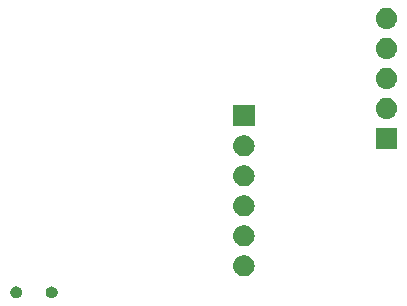
<source format=gbr>
G04 #@! TF.GenerationSoftware,KiCad,Pcbnew,(5.0.1-3-g963ef8bb5)*
G04 #@! TF.CreationDate,2019-02-10T00:29:52-05:00*
G04 #@! TF.ProjectId,glowtieProgrammer,676C6F7774696550726F6772616D6D65,rev?*
G04 #@! TF.SameCoordinates,Original*
G04 #@! TF.FileFunction,Soldermask,Bot*
G04 #@! TF.FilePolarity,Negative*
%FSLAX46Y46*%
G04 Gerber Fmt 4.6, Leading zero omitted, Abs format (unit mm)*
G04 Created by KiCad (PCBNEW (5.0.1-3-g963ef8bb5)) date Sunday, February 10, 2019 at 12:29:52 AM*
%MOMM*%
%LPD*%
G01*
G04 APERTURE LIST*
%ADD10C,0.100000*%
G04 APERTURE END LIST*
D10*
G36*
X146426136Y-63348253D02*
X146517312Y-63386019D01*
X146599372Y-63440850D01*
X146669150Y-63510628D01*
X146723981Y-63592688D01*
X146761747Y-63683864D01*
X146781000Y-63780656D01*
X146781000Y-63879344D01*
X146761747Y-63976136D01*
X146723981Y-64067312D01*
X146669150Y-64149372D01*
X146599372Y-64219150D01*
X146517312Y-64273981D01*
X146426136Y-64311747D01*
X146329344Y-64331000D01*
X146230656Y-64331000D01*
X146133864Y-64311747D01*
X146042688Y-64273981D01*
X145960628Y-64219150D01*
X145890850Y-64149372D01*
X145836019Y-64067312D01*
X145798253Y-63976136D01*
X145779000Y-63879344D01*
X145779000Y-63780656D01*
X145798253Y-63683864D01*
X145836019Y-63592688D01*
X145890850Y-63510628D01*
X145960628Y-63440850D01*
X146042688Y-63386019D01*
X146133864Y-63348253D01*
X146230656Y-63329000D01*
X146329344Y-63329000D01*
X146426136Y-63348253D01*
X146426136Y-63348253D01*
G37*
G36*
X143426136Y-63348253D02*
X143517312Y-63386019D01*
X143599372Y-63440850D01*
X143669150Y-63510628D01*
X143723981Y-63592688D01*
X143761747Y-63683864D01*
X143781000Y-63780656D01*
X143781000Y-63879344D01*
X143761747Y-63976136D01*
X143723981Y-64067312D01*
X143669150Y-64149372D01*
X143599372Y-64219150D01*
X143517312Y-64273981D01*
X143426136Y-64311747D01*
X143329344Y-64331000D01*
X143230656Y-64331000D01*
X143133864Y-64311747D01*
X143042688Y-64273981D01*
X142960628Y-64219150D01*
X142890850Y-64149372D01*
X142836019Y-64067312D01*
X142798253Y-63976136D01*
X142779000Y-63879344D01*
X142779000Y-63780656D01*
X142798253Y-63683864D01*
X142836019Y-63592688D01*
X142890850Y-63510628D01*
X142960628Y-63440850D01*
X143042688Y-63386019D01*
X143133864Y-63348253D01*
X143230656Y-63329000D01*
X143329344Y-63329000D01*
X143426136Y-63348253D01*
X143426136Y-63348253D01*
G37*
G36*
X162670443Y-60700519D02*
X162736627Y-60707037D01*
X162849853Y-60741384D01*
X162906467Y-60758557D01*
X163045087Y-60832652D01*
X163062991Y-60842222D01*
X163098729Y-60871552D01*
X163200186Y-60954814D01*
X163283448Y-61056271D01*
X163312778Y-61092009D01*
X163312779Y-61092011D01*
X163396443Y-61248533D01*
X163396443Y-61248534D01*
X163447963Y-61418373D01*
X163465359Y-61595000D01*
X163447963Y-61771627D01*
X163413616Y-61884853D01*
X163396443Y-61941467D01*
X163322348Y-62080087D01*
X163312778Y-62097991D01*
X163283448Y-62133729D01*
X163200186Y-62235186D01*
X163098729Y-62318448D01*
X163062991Y-62347778D01*
X163062989Y-62347779D01*
X162906467Y-62431443D01*
X162849853Y-62448616D01*
X162736627Y-62482963D01*
X162670443Y-62489481D01*
X162604260Y-62496000D01*
X162515740Y-62496000D01*
X162449557Y-62489481D01*
X162383373Y-62482963D01*
X162270147Y-62448616D01*
X162213533Y-62431443D01*
X162057011Y-62347779D01*
X162057009Y-62347778D01*
X162021271Y-62318448D01*
X161919814Y-62235186D01*
X161836552Y-62133729D01*
X161807222Y-62097991D01*
X161797652Y-62080087D01*
X161723557Y-61941467D01*
X161706384Y-61884853D01*
X161672037Y-61771627D01*
X161654641Y-61595000D01*
X161672037Y-61418373D01*
X161723557Y-61248534D01*
X161723557Y-61248533D01*
X161807221Y-61092011D01*
X161807222Y-61092009D01*
X161836552Y-61056271D01*
X161919814Y-60954814D01*
X162021271Y-60871552D01*
X162057009Y-60842222D01*
X162074913Y-60832652D01*
X162213533Y-60758557D01*
X162270147Y-60741384D01*
X162383373Y-60707037D01*
X162449557Y-60700519D01*
X162515740Y-60694000D01*
X162604260Y-60694000D01*
X162670443Y-60700519D01*
X162670443Y-60700519D01*
G37*
G36*
X162670442Y-58160518D02*
X162736627Y-58167037D01*
X162849853Y-58201384D01*
X162906467Y-58218557D01*
X163045087Y-58292652D01*
X163062991Y-58302222D01*
X163098729Y-58331552D01*
X163200186Y-58414814D01*
X163283448Y-58516271D01*
X163312778Y-58552009D01*
X163312779Y-58552011D01*
X163396443Y-58708533D01*
X163396443Y-58708534D01*
X163447963Y-58878373D01*
X163465359Y-59055000D01*
X163447963Y-59231627D01*
X163413616Y-59344853D01*
X163396443Y-59401467D01*
X163322348Y-59540087D01*
X163312778Y-59557991D01*
X163283448Y-59593729D01*
X163200186Y-59695186D01*
X163098729Y-59778448D01*
X163062991Y-59807778D01*
X163062989Y-59807779D01*
X162906467Y-59891443D01*
X162849853Y-59908616D01*
X162736627Y-59942963D01*
X162670442Y-59949482D01*
X162604260Y-59956000D01*
X162515740Y-59956000D01*
X162449558Y-59949482D01*
X162383373Y-59942963D01*
X162270147Y-59908616D01*
X162213533Y-59891443D01*
X162057011Y-59807779D01*
X162057009Y-59807778D01*
X162021271Y-59778448D01*
X161919814Y-59695186D01*
X161836552Y-59593729D01*
X161807222Y-59557991D01*
X161797652Y-59540087D01*
X161723557Y-59401467D01*
X161706384Y-59344853D01*
X161672037Y-59231627D01*
X161654641Y-59055000D01*
X161672037Y-58878373D01*
X161723557Y-58708534D01*
X161723557Y-58708533D01*
X161807221Y-58552011D01*
X161807222Y-58552009D01*
X161836552Y-58516271D01*
X161919814Y-58414814D01*
X162021271Y-58331552D01*
X162057009Y-58302222D01*
X162074913Y-58292652D01*
X162213533Y-58218557D01*
X162270147Y-58201384D01*
X162383373Y-58167037D01*
X162449558Y-58160518D01*
X162515740Y-58154000D01*
X162604260Y-58154000D01*
X162670442Y-58160518D01*
X162670442Y-58160518D01*
G37*
G36*
X162670443Y-55620519D02*
X162736627Y-55627037D01*
X162849853Y-55661384D01*
X162906467Y-55678557D01*
X163045087Y-55752652D01*
X163062991Y-55762222D01*
X163098729Y-55791552D01*
X163200186Y-55874814D01*
X163283448Y-55976271D01*
X163312778Y-56012009D01*
X163312779Y-56012011D01*
X163396443Y-56168533D01*
X163396443Y-56168534D01*
X163447963Y-56338373D01*
X163465359Y-56515000D01*
X163447963Y-56691627D01*
X163413616Y-56804853D01*
X163396443Y-56861467D01*
X163322348Y-57000087D01*
X163312778Y-57017991D01*
X163283448Y-57053729D01*
X163200186Y-57155186D01*
X163098729Y-57238448D01*
X163062991Y-57267778D01*
X163062989Y-57267779D01*
X162906467Y-57351443D01*
X162849853Y-57368616D01*
X162736627Y-57402963D01*
X162670443Y-57409481D01*
X162604260Y-57416000D01*
X162515740Y-57416000D01*
X162449557Y-57409481D01*
X162383373Y-57402963D01*
X162270147Y-57368616D01*
X162213533Y-57351443D01*
X162057011Y-57267779D01*
X162057009Y-57267778D01*
X162021271Y-57238448D01*
X161919814Y-57155186D01*
X161836552Y-57053729D01*
X161807222Y-57017991D01*
X161797652Y-57000087D01*
X161723557Y-56861467D01*
X161706384Y-56804853D01*
X161672037Y-56691627D01*
X161654641Y-56515000D01*
X161672037Y-56338373D01*
X161723557Y-56168534D01*
X161723557Y-56168533D01*
X161807221Y-56012011D01*
X161807222Y-56012009D01*
X161836552Y-55976271D01*
X161919814Y-55874814D01*
X162021271Y-55791552D01*
X162057009Y-55762222D01*
X162074913Y-55752652D01*
X162213533Y-55678557D01*
X162270147Y-55661384D01*
X162383373Y-55627037D01*
X162449557Y-55620519D01*
X162515740Y-55614000D01*
X162604260Y-55614000D01*
X162670443Y-55620519D01*
X162670443Y-55620519D01*
G37*
G36*
X162670442Y-53080518D02*
X162736627Y-53087037D01*
X162849853Y-53121384D01*
X162906467Y-53138557D01*
X163045087Y-53212652D01*
X163062991Y-53222222D01*
X163098729Y-53251552D01*
X163200186Y-53334814D01*
X163283448Y-53436271D01*
X163312778Y-53472009D01*
X163312779Y-53472011D01*
X163396443Y-53628533D01*
X163396443Y-53628534D01*
X163447963Y-53798373D01*
X163465359Y-53975000D01*
X163447963Y-54151627D01*
X163413616Y-54264853D01*
X163396443Y-54321467D01*
X163322348Y-54460087D01*
X163312778Y-54477991D01*
X163283448Y-54513729D01*
X163200186Y-54615186D01*
X163098729Y-54698448D01*
X163062991Y-54727778D01*
X163062989Y-54727779D01*
X162906467Y-54811443D01*
X162849853Y-54828616D01*
X162736627Y-54862963D01*
X162670443Y-54869481D01*
X162604260Y-54876000D01*
X162515740Y-54876000D01*
X162449557Y-54869481D01*
X162383373Y-54862963D01*
X162270147Y-54828616D01*
X162213533Y-54811443D01*
X162057011Y-54727779D01*
X162057009Y-54727778D01*
X162021271Y-54698448D01*
X161919814Y-54615186D01*
X161836552Y-54513729D01*
X161807222Y-54477991D01*
X161797652Y-54460087D01*
X161723557Y-54321467D01*
X161706384Y-54264853D01*
X161672037Y-54151627D01*
X161654641Y-53975000D01*
X161672037Y-53798373D01*
X161723557Y-53628534D01*
X161723557Y-53628533D01*
X161807221Y-53472011D01*
X161807222Y-53472009D01*
X161836552Y-53436271D01*
X161919814Y-53334814D01*
X162021271Y-53251552D01*
X162057009Y-53222222D01*
X162074913Y-53212652D01*
X162213533Y-53138557D01*
X162270147Y-53121384D01*
X162383373Y-53087037D01*
X162449558Y-53080518D01*
X162515740Y-53074000D01*
X162604260Y-53074000D01*
X162670442Y-53080518D01*
X162670442Y-53080518D01*
G37*
G36*
X162670442Y-50540518D02*
X162736627Y-50547037D01*
X162849853Y-50581384D01*
X162906467Y-50598557D01*
X163045087Y-50672652D01*
X163062991Y-50682222D01*
X163098729Y-50711552D01*
X163200186Y-50794814D01*
X163283448Y-50896271D01*
X163312778Y-50932009D01*
X163312779Y-50932011D01*
X163396443Y-51088533D01*
X163396443Y-51088534D01*
X163447963Y-51258373D01*
X163465359Y-51435000D01*
X163447963Y-51611627D01*
X163420852Y-51701000D01*
X163396443Y-51781467D01*
X163322348Y-51920087D01*
X163312778Y-51937991D01*
X163283448Y-51973729D01*
X163200186Y-52075186D01*
X163098729Y-52158448D01*
X163062991Y-52187778D01*
X163062989Y-52187779D01*
X162906467Y-52271443D01*
X162849853Y-52288616D01*
X162736627Y-52322963D01*
X162670443Y-52329481D01*
X162604260Y-52336000D01*
X162515740Y-52336000D01*
X162449558Y-52329482D01*
X162383373Y-52322963D01*
X162270147Y-52288616D01*
X162213533Y-52271443D01*
X162057011Y-52187779D01*
X162057009Y-52187778D01*
X162021271Y-52158448D01*
X161919814Y-52075186D01*
X161836552Y-51973729D01*
X161807222Y-51937991D01*
X161797652Y-51920087D01*
X161723557Y-51781467D01*
X161699148Y-51701000D01*
X161672037Y-51611627D01*
X161654641Y-51435000D01*
X161672037Y-51258373D01*
X161723557Y-51088534D01*
X161723557Y-51088533D01*
X161807221Y-50932011D01*
X161807222Y-50932009D01*
X161836552Y-50896271D01*
X161919814Y-50794814D01*
X162021271Y-50711552D01*
X162057009Y-50682222D01*
X162074913Y-50672652D01*
X162213533Y-50598557D01*
X162270147Y-50581384D01*
X162383373Y-50547037D01*
X162449558Y-50540518D01*
X162515740Y-50534000D01*
X162604260Y-50534000D01*
X162670442Y-50540518D01*
X162670442Y-50540518D01*
G37*
G36*
X175526000Y-51701000D02*
X173724000Y-51701000D01*
X173724000Y-49899000D01*
X175526000Y-49899000D01*
X175526000Y-51701000D01*
X175526000Y-51701000D01*
G37*
G36*
X163461000Y-49796000D02*
X161659000Y-49796000D01*
X161659000Y-47994000D01*
X163461000Y-47994000D01*
X163461000Y-49796000D01*
X163461000Y-49796000D01*
G37*
G36*
X174735443Y-47365519D02*
X174801627Y-47372037D01*
X174914853Y-47406384D01*
X174971467Y-47423557D01*
X175110087Y-47497652D01*
X175127991Y-47507222D01*
X175163729Y-47536552D01*
X175265186Y-47619814D01*
X175348448Y-47721271D01*
X175377778Y-47757009D01*
X175377779Y-47757011D01*
X175461443Y-47913533D01*
X175461443Y-47913534D01*
X175512963Y-48083373D01*
X175530359Y-48260000D01*
X175512963Y-48436627D01*
X175478616Y-48549853D01*
X175461443Y-48606467D01*
X175387348Y-48745087D01*
X175377778Y-48762991D01*
X175348448Y-48798729D01*
X175265186Y-48900186D01*
X175163729Y-48983448D01*
X175127991Y-49012778D01*
X175127989Y-49012779D01*
X174971467Y-49096443D01*
X174914853Y-49113616D01*
X174801627Y-49147963D01*
X174735443Y-49154481D01*
X174669260Y-49161000D01*
X174580740Y-49161000D01*
X174514557Y-49154481D01*
X174448373Y-49147963D01*
X174335147Y-49113616D01*
X174278533Y-49096443D01*
X174122011Y-49012779D01*
X174122009Y-49012778D01*
X174086271Y-48983448D01*
X173984814Y-48900186D01*
X173901552Y-48798729D01*
X173872222Y-48762991D01*
X173862652Y-48745087D01*
X173788557Y-48606467D01*
X173771384Y-48549853D01*
X173737037Y-48436627D01*
X173719641Y-48260000D01*
X173737037Y-48083373D01*
X173788557Y-47913534D01*
X173788557Y-47913533D01*
X173872221Y-47757011D01*
X173872222Y-47757009D01*
X173901552Y-47721271D01*
X173984814Y-47619814D01*
X174086271Y-47536552D01*
X174122009Y-47507222D01*
X174139913Y-47497652D01*
X174278533Y-47423557D01*
X174335147Y-47406384D01*
X174448373Y-47372037D01*
X174514557Y-47365519D01*
X174580740Y-47359000D01*
X174669260Y-47359000D01*
X174735443Y-47365519D01*
X174735443Y-47365519D01*
G37*
G36*
X174735442Y-44825518D02*
X174801627Y-44832037D01*
X174914853Y-44866384D01*
X174971467Y-44883557D01*
X175110087Y-44957652D01*
X175127991Y-44967222D01*
X175163729Y-44996552D01*
X175265186Y-45079814D01*
X175348448Y-45181271D01*
X175377778Y-45217009D01*
X175377779Y-45217011D01*
X175461443Y-45373533D01*
X175461443Y-45373534D01*
X175512963Y-45543373D01*
X175530359Y-45720000D01*
X175512963Y-45896627D01*
X175478616Y-46009853D01*
X175461443Y-46066467D01*
X175387348Y-46205087D01*
X175377778Y-46222991D01*
X175348448Y-46258729D01*
X175265186Y-46360186D01*
X175163729Y-46443448D01*
X175127991Y-46472778D01*
X175127989Y-46472779D01*
X174971467Y-46556443D01*
X174914853Y-46573616D01*
X174801627Y-46607963D01*
X174735443Y-46614481D01*
X174669260Y-46621000D01*
X174580740Y-46621000D01*
X174514558Y-46614482D01*
X174448373Y-46607963D01*
X174335147Y-46573616D01*
X174278533Y-46556443D01*
X174122011Y-46472779D01*
X174122009Y-46472778D01*
X174086271Y-46443448D01*
X173984814Y-46360186D01*
X173901552Y-46258729D01*
X173872222Y-46222991D01*
X173862652Y-46205087D01*
X173788557Y-46066467D01*
X173771384Y-46009853D01*
X173737037Y-45896627D01*
X173719641Y-45720000D01*
X173737037Y-45543373D01*
X173788557Y-45373534D01*
X173788557Y-45373533D01*
X173872221Y-45217011D01*
X173872222Y-45217009D01*
X173901552Y-45181271D01*
X173984814Y-45079814D01*
X174086271Y-44996552D01*
X174122009Y-44967222D01*
X174139913Y-44957652D01*
X174278533Y-44883557D01*
X174335147Y-44866384D01*
X174448373Y-44832037D01*
X174514558Y-44825518D01*
X174580740Y-44819000D01*
X174669260Y-44819000D01*
X174735442Y-44825518D01*
X174735442Y-44825518D01*
G37*
G36*
X174735442Y-42285518D02*
X174801627Y-42292037D01*
X174914853Y-42326384D01*
X174971467Y-42343557D01*
X175110087Y-42417652D01*
X175127991Y-42427222D01*
X175163729Y-42456552D01*
X175265186Y-42539814D01*
X175348448Y-42641271D01*
X175377778Y-42677009D01*
X175377779Y-42677011D01*
X175461443Y-42833533D01*
X175461443Y-42833534D01*
X175512963Y-43003373D01*
X175530359Y-43180000D01*
X175512963Y-43356627D01*
X175478616Y-43469853D01*
X175461443Y-43526467D01*
X175387348Y-43665087D01*
X175377778Y-43682991D01*
X175348448Y-43718729D01*
X175265186Y-43820186D01*
X175163729Y-43903448D01*
X175127991Y-43932778D01*
X175127989Y-43932779D01*
X174971467Y-44016443D01*
X174914853Y-44033616D01*
X174801627Y-44067963D01*
X174735443Y-44074481D01*
X174669260Y-44081000D01*
X174580740Y-44081000D01*
X174514557Y-44074481D01*
X174448373Y-44067963D01*
X174335147Y-44033616D01*
X174278533Y-44016443D01*
X174122011Y-43932779D01*
X174122009Y-43932778D01*
X174086271Y-43903448D01*
X173984814Y-43820186D01*
X173901552Y-43718729D01*
X173872222Y-43682991D01*
X173862652Y-43665087D01*
X173788557Y-43526467D01*
X173771384Y-43469853D01*
X173737037Y-43356627D01*
X173719641Y-43180000D01*
X173737037Y-43003373D01*
X173788557Y-42833534D01*
X173788557Y-42833533D01*
X173872221Y-42677011D01*
X173872222Y-42677009D01*
X173901552Y-42641271D01*
X173984814Y-42539814D01*
X174086271Y-42456552D01*
X174122009Y-42427222D01*
X174139913Y-42417652D01*
X174278533Y-42343557D01*
X174335147Y-42326384D01*
X174448373Y-42292037D01*
X174514557Y-42285519D01*
X174580740Y-42279000D01*
X174669260Y-42279000D01*
X174735442Y-42285518D01*
X174735442Y-42285518D01*
G37*
G36*
X174735442Y-39745518D02*
X174801627Y-39752037D01*
X174914853Y-39786384D01*
X174971467Y-39803557D01*
X175110087Y-39877652D01*
X175127991Y-39887222D01*
X175163729Y-39916552D01*
X175265186Y-39999814D01*
X175348448Y-40101271D01*
X175377778Y-40137009D01*
X175377779Y-40137011D01*
X175461443Y-40293533D01*
X175461443Y-40293534D01*
X175512963Y-40463373D01*
X175530359Y-40640000D01*
X175512963Y-40816627D01*
X175478616Y-40929853D01*
X175461443Y-40986467D01*
X175387348Y-41125087D01*
X175377778Y-41142991D01*
X175348448Y-41178729D01*
X175265186Y-41280186D01*
X175163729Y-41363448D01*
X175127991Y-41392778D01*
X175127989Y-41392779D01*
X174971467Y-41476443D01*
X174914853Y-41493616D01*
X174801627Y-41527963D01*
X174735442Y-41534482D01*
X174669260Y-41541000D01*
X174580740Y-41541000D01*
X174514558Y-41534482D01*
X174448373Y-41527963D01*
X174335147Y-41493616D01*
X174278533Y-41476443D01*
X174122011Y-41392779D01*
X174122009Y-41392778D01*
X174086271Y-41363448D01*
X173984814Y-41280186D01*
X173901552Y-41178729D01*
X173872222Y-41142991D01*
X173862652Y-41125087D01*
X173788557Y-40986467D01*
X173771384Y-40929853D01*
X173737037Y-40816627D01*
X173719641Y-40640000D01*
X173737037Y-40463373D01*
X173788557Y-40293534D01*
X173788557Y-40293533D01*
X173872221Y-40137011D01*
X173872222Y-40137009D01*
X173901552Y-40101271D01*
X173984814Y-39999814D01*
X174086271Y-39916552D01*
X174122009Y-39887222D01*
X174139913Y-39877652D01*
X174278533Y-39803557D01*
X174335147Y-39786384D01*
X174448373Y-39752037D01*
X174514557Y-39745519D01*
X174580740Y-39739000D01*
X174669260Y-39739000D01*
X174735442Y-39745518D01*
X174735442Y-39745518D01*
G37*
M02*

</source>
